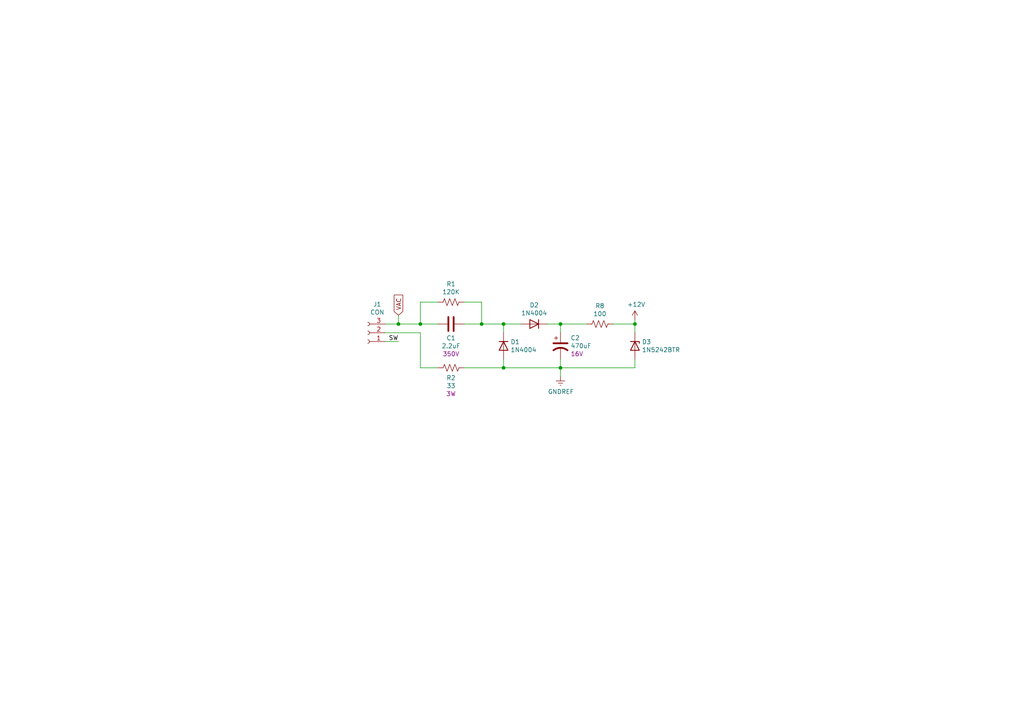
<source format=kicad_sch>
(kicad_sch (version 20230121) (generator eeschema)
  (paper "A4")
  (title_block (title "Luz nocturna automatica") (date "2023-03-16") (rev "V1.0.0") (company "https://maykolrey.com") (comment 1 "Maykol Rey"))
  (lib_symbols
    (symbol "Connector:Conn_01x03_Socket" (pin_names (offset 1.016) hide)
      (property "Reference" "J" (at 0 5.08 0))
      (property "Value" "Conn_01x03_Socket" (at 0 -5.08 0))
      (symbol "Conn_01x03_Socket_1_1"
        (arc (start 0 -2.032) (mid -0.5058 -2.54) (end 0 -3.048) (stroke (width 0.1524)))
        (polyline (pts (xy -1.27 -2.54) (xy -0.508 -2.54)) (stroke (width 0.1524)))
        (polyline (pts (xy -1.27 0) (xy -0.508 0)) (stroke (width 0.1524)))
        (polyline (pts (xy -1.27 2.54) (xy -0.508 2.54)) (stroke (width 0.1524)))
        (arc (start 0 0.508) (mid -0.5058 0) (end 0 -0.508) (stroke (width 0.1524)))
        (arc (start 0 3.048) (mid -0.5058 2.54) (end 0 2.032) (stroke (width 0.1524)))
        (pin passive line (at -5.08 2.54 0) (length 3.81) (name "Pin_1") (number "1"))
        (pin passive line (at -5.08 0 0) (length 3.81) (name "Pin_2") (number "2"))
        (pin passive line (at -5.08 -2.54 0) (length 3.81) (name "Pin_3") (number "3"))
      )
    )
    (symbol "Device:C" (pin_numbers hide) (pin_names (offset 0.254))
      (property "Reference" "C" (at 0.635 2.54 0))
      (property "Value" "C" (at 0.635 -2.54 0))
      (symbol "C_0_1"
        (polyline (pts (xy -2.032 -0.762) (xy 2.032 -0.762)) (stroke (width 0.508)))
        (polyline (pts (xy -2.032 0.762) (xy 2.032 0.762)) (stroke (width 0.508)))
      )
      (symbol "C_1_1"
        (pin passive line (at 0 3.81 270) (length 2.794) (name "~") (number "1"))
        (pin passive line (at 0 -3.81 90) (length 2.794) (name "~") (number "2"))
      )
    )
    (symbol "Device:C_Polarized_US" (pin_numbers hide) (pin_names (offset 0.254) hide)
      (property "Reference" "C" (at 0.635 2.54 0))
      (property "Value" "C_Polarized_US" (at 0.635 -2.54 0))
      (symbol "C_Polarized_US_0_1"
        (polyline (pts (xy -2.032 0.762) (xy 2.032 0.762)) (stroke (width 0.508)))
        (polyline (pts (xy -1.778 2.286) (xy -0.762 2.286)))
        (polyline (pts (xy -1.27 1.778) (xy -1.27 2.794)))
        (arc (start 2.032 -1.27) (mid 0 -0.5572) (end -2.032 -1.27) (stroke (width 0.508)))
      )
      (symbol "C_Polarized_US_1_1"
        (pin passive line (at 0 3.81 270) (length 2.794) (name "~") (number "1"))
        (pin passive line (at 0 -3.81 90) (length 3.302) (name "~") (number "2"))
      )
    )
    (symbol "Device:D" (pin_numbers hide) (pin_names (offset 1.016) hide)
      (property "Reference" "D" (at 0 2.54 0))
      (property "Value" "D" (at 0 -2.54 0))
      (symbol "D_0_1"
        (polyline (pts (xy -1.27 1.27) (xy -1.27 -1.27)) (stroke (width 0.254)))
        (polyline (pts (xy 1.27 0) (xy -1.27 0)))
        (polyline (pts (xy 1.27 1.27) (xy 1.27 -1.27) (xy -1.27 0) (xy 1.27 1.27)) (stroke (width 0.254)))
      )
      (symbol "D_1_1"
        (pin passive line (at -3.81 0 0) (length 2.54) (name "K") (number "1"))
        (pin passive line (at 3.81 0 180) (length 2.54) (name "A") (number "2"))
      )
    )
    (symbol "Device:D_Zener" (pin_numbers hide) (pin_names (offset 1.016) hide)
      (property "Reference" "D" (at 0 2.54 0))
      (property "Value" "D_Zener" (at 0 -2.54 0))
      (symbol "D_Zener_0_1"
        (polyline (pts (xy 1.27 0) (xy -1.27 0)))
        (polyline (pts (xy -1.27 -1.27) (xy -1.27 1.27) (xy -0.762 1.27)) (stroke (width 0.254)))
        (polyline (pts (xy 1.27 -1.27) (xy 1.27 1.27) (xy -1.27 0) (xy 1.27 -1.27)) (stroke (width 0.254)))
      )
      (symbol "D_Zener_1_1"
        (pin passive line (at -3.81 0 0) (length 2.54) (name "K") (number "1"))
        (pin passive line (at 3.81 0 180) (length 2.54) (name "A") (number "2"))
      )
    )
    (symbol "Device:R_US" (pin_numbers hide) (pin_names (offset 0))
      (property "Reference" "R" (at 2.54 0 90))
      (property "Value" "R_US" (at -2.54 0 90))
      (symbol "R_US_0_1"
        (polyline (pts (xy 0 -2.286) (xy 0 -2.54)))
        (polyline (pts (xy 0 2.286) (xy 0 2.54)))
        (polyline (pts (xy 0 -0.762) (xy 1.016 -1.143) (xy 0 -1.524) (xy -1.016 -1.905) (xy 0 -2.286)))
        (polyline (pts (xy 0 0.762) (xy 1.016 0.381) (xy 0 0) (xy -1.016 -0.381) (xy 0 -0.762)))
        (polyline (pts (xy 0 2.286) (xy 1.016 1.905) (xy 0 1.524) (xy -1.016 1.143) (xy 0 0.762)))
      )
      (symbol "R_US_1_1"
        (pin passive line (at 0 3.81 270) (length 1.27) (name "~") (number "1"))
        (pin passive line (at 0 -3.81 90) (length 1.27) (name "~") (number "2"))
      )
    )
    (symbol "power:+12V" (power) (pin_names (offset 0))
      (property "Value" "+12V" (at 0 3.556 0))
      (symbol "+12V_0_1"
        (polyline (pts (xy -0.762 1.27) (xy 0 2.54)))
        (polyline (pts (xy 0 0) (xy 0 2.54)))
        (polyline (pts (xy 0 2.54) (xy 0.762 1.27)))
      )
      (symbol "+12V_1_1"
        (pin power_in line (at 0 0 90) (length 0) hide (name "+12V") (number "1"))
      )
    )
    (symbol "power:GNDREF" (power) (pin_names (offset 0))
      (property "Value" "GNDREF" (at 0 -3.81 0))
      (symbol "GNDREF_0_1"
        (polyline (pts (xy -0.635 -1.905) (xy 0.635 -1.905)))
        (polyline (pts (xy -0.127 -2.54) (xy 0.127 -2.54)))
        (polyline (pts (xy 0 -1.27) (xy 0 0)))
        (polyline (pts (xy 1.27 -1.27) (xy -1.27 -1.27)))
      )
      (symbol "GNDREF_1_1"
        (pin power_in line (at 0 0 270) (length 0) hide (name "GNDREF") (number "1"))
      )
    )
  )
  (junction (at 146.05 106.68))
  (junction (at 115.57 93.98))
  (junction (at 146.05 93.98))
  (junction (at 184.15 93.98))
  (junction (at 162.56 106.68))
  (junction (at 139.7 93.98))
  (junction (at 162.56 93.98))
  (junction (at 121.92 93.98))
  (wire (pts (xy 139.7 93.98) (xy 146.05 93.98)))
  (wire (pts (xy 115.57 93.98) (xy 121.92 93.98)))
  (wire (pts (xy 162.56 104.14) (xy 162.56 106.68)))
  (wire (pts (xy 121.92 93.98) (xy 127 93.98)))
  (wire (pts (xy 139.7 93.98) (xy 139.7 87.63)))
  (wire (pts (xy 121.92 87.63) (xy 121.92 93.98)))
  (wire (pts (xy 115.57 99.06) (xy 111.76 99.06)))
  (wire (pts (xy 184.15 93.98) (xy 184.15 96.52)))
  (wire (pts (xy 134.62 106.68) (xy 146.05 106.68)))
  (wire (pts (xy 184.15 92.71) (xy 184.15 93.98)))
  (wire (pts (xy 146.05 106.68) (xy 146.05 104.14)))
  (wire (pts (xy 146.05 96.52) (xy 146.05 93.98)))
  (wire (pts (xy 162.56 96.52) (xy 162.56 93.98)))
  (wire (pts (xy 115.57 91.44) (xy 115.57 93.98)))
  (wire (pts (xy 139.7 87.63) (xy 134.62 87.63)))
  (wire (pts (xy 111.76 96.52) (xy 121.92 96.52)))
  (wire (pts (xy 162.56 109.22) (xy 162.56 106.68)))
  (wire (pts (xy 121.92 96.52) (xy 121.92 106.68)))
  (wire (pts (xy 170.18 93.98) (xy 162.56 93.98)))
  (wire (pts (xy 134.62 93.98) (xy 139.7 93.98)))
  (wire (pts (xy 162.56 106.68) (xy 146.05 106.68)))
  (wire (pts (xy 111.76 93.98) (xy 115.57 93.98)))
  (wire (pts (xy 184.15 106.68) (xy 162.56 106.68)))
  (wire (pts (xy 162.56 93.98) (xy 158.75 93.98)))
  (wire (pts (xy 127 106.68) (xy 121.92 106.68)))
  (wire (pts (xy 184.15 104.14) (xy 184.15 106.68)))
  (wire (pts (xy 127 87.63) (xy 121.92 87.63)))
  (wire (pts (xy 151.13 93.98) (xy 146.05 93.98)))
  (wire (pts (xy 177.8 93.98) (xy 184.15 93.98)))
  (label "SW" (at 115.57 99.06 180))
  (global_label "VAC" (shape input) (at 115.57 91.44 90) (property "Intersheetrefs" "${INTERSHEET_REFS}" (effects hide)))
  (symbol (lib_id "Device:R_US") (at 130.81 106.68 270) (unit 1)
    (property "Reference" "R2" (at 130.81 109.601 90))
    (property "Value" "33" (at 130.81 111.9124 90))
    (property "Footprint" "Resistor_THT:R_Axial_DIN0414_L11.9mm_D4.5mm_P15.24mm_Horizontal" (effects hide))
    (property "V" "3W" (at 130.81 114.2238 90))
    (property "Mfg Part #" "PNP300JR-73-33R" (effects hide))
  )
  (symbol (lib_id "power:+12V") (at 184.15 92.71 0) (unit 1)
    (property "Reference" "#PWR02" (effects hide))
    (property "Value" "+12V" (at 184.531 88.3158 0))
  )
  (symbol (lib_id "power:GNDREF") (at 162.56 109.22 0) (unit 1)
    (property "Reference" "#PWR01" (effects hide))
    (property "Value" "GNDREF" (at 162.687 113.6142 0))
  )
  (symbol (lib_id "Device:C_Polarized_US") (at 162.56 100.33 0) (unit 1)
    (property "Reference" "C2" (at 165.481 98.0186 0) (effects (justify left)))
    (property "Value" "470uF" (at 165.481 100.33 0) (effects (justify left)))
    (property "Footprint" "Capacitor_THT:CP_Radial_D8.0mm_P3.50mm" (effects hide))
    (property "Mfg Part #" "16ZLH470MEFC8X11.5" (effects hide))
    (property "V" "16V" (at 165.481 102.6414 0) (effects (justify left)))
  )
  (symbol (lib_id "Device:D") (at 146.05 100.33 270) (unit 1)
    (property "Reference" "D1" (at 148.0566 99.1616 90) (effects (justify left)))
    (property "Value" "1N4004" (at 148.0566 101.473 90) (effects (justify left)))
    (property "Footprint" "Diode_THT:D_DO-41_SOD81_P10.16mm_Horizontal" (effects hide))
    (property "Mfg Part #" "1N4004-T" (effects hide))
  )
  (symbol (lib_id "Device:D_Zener") (at 184.15 100.33 270) (unit 1)
    (property "Reference" "D3" (at 186.1566 99.1616 90) (effects (justify left)))
    (property "Value" "1N5242BTR" (at 186.1566 101.473 90) (effects (justify left)))
    (property "Footprint" "Diode_THT:D_DO-35_SOD27_P7.62mm_Horizontal" (effects hide))
    (property "Mfg Part #" "1N5242BTR" (effects hide))
  )
  (symbol (lib_id "Device:D") (at 154.94 93.98 180) (unit 1)
    (property "Reference" "D2" (at 154.94 88.4936 0))
    (property "Value" "1N4004" (at 154.94 90.805 0))
    (property "Footprint" "Diode_THT:D_DO-41_SOD81_P10.16mm_Horizontal" (effects hide))
    (property "Mfg Part #" "1N4004-T" (effects hide))
  )
  (symbol (lib_id "Connector:Conn_01x03_Socket") (at 106.68 96.52 180) (unit 1)
    (property "Reference" "J1" (at 109.4232 88.265 0))
    (property "Value" "CON" (at 109.4232 90.5764 0))
    (property "Footprint" "TerminalBlock:TerminalBlock_bornier-3_P5.08mm" (effects hide))
    (property "Mfg Part #" "DNP" (effects hide))
  )
  (symbol (lib_id "Device:R_US") (at 130.81 87.63 270) (unit 1)
    (property "Reference" "R1" (at 130.81 82.3722 90))
    (property "Value" "120K" (at 130.81 84.6836 90))
    (property "Footprint" "Resistor_THT:R_Axial_DIN0411_L9.9mm_D3.6mm_P12.70mm_Horizontal" (effects hide))
  )
  (symbol (lib_id "Device:C") (at 130.81 93.98 270) (unit 1)
    (property "Reference" "C1" (at 130.81 98.044 90))
    (property "Value" "2.2uF" (at 130.81 100.3554 90))
    (property "Footprint" "Capacitor_THT:C_Rect_L29.0mm_W11.0mm_P27.50mm_MKT" (effects hide))
    (property "Mfg Part #" "ECQ-E4225KF" (effects hide))
    (property "V" "350V" (at 130.81 102.6668 90))
  )
  (symbol (lib_id "Device:R_US") (at 173.99 93.98 270) (unit 1)
    (property "Reference" "R8" (at 173.99 88.7222 90))
    (property "Value" "100" (at 173.99 91.0336 90))
    (property "Footprint" "Resistor_THT:R_Axial_DIN0411_L9.9mm_D3.6mm_P12.70mm_Horizontal" (effects hide))
  )
)
</source>
